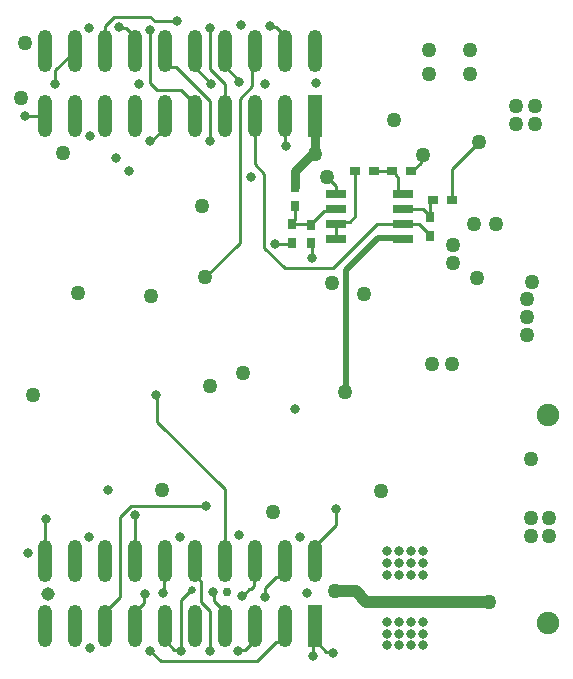
<source format=gbl>
%FSTAX23Y23*%
%MOIN*%
%SFA1B1*%

%IPPOS*%
%AMD68*
4,1,8,0.032500,-0.010900,0.032500,0.010900,0.030600,0.012800,-0.030600,0.012800,-0.032500,0.010900,-0.032500,-0.010900,-0.030600,-0.012800,0.030600,-0.012800,0.032500,-0.010900,0.0*
1,1,0.003843,0.030600,-0.010900*
1,1,0.003843,0.030600,0.010900*
1,1,0.003843,-0.030600,0.010900*
1,1,0.003843,-0.030600,-0.010900*
%
%ADD14C,0.010000*%
%ADD33R,0.031496X0.037992*%
%ADD52C,0.031496*%
%ADD58C,0.030000*%
%ADD59C,0.020000*%
%ADD63C,0.074803*%
%ADD64C,0.050000*%
%ADD65C,0.025000*%
%ADD66C,0.030000*%
%ADD67C,0.045000*%
G04~CAMADD=68~8~0.0~0.0~255.9~649.6~19.2~0.0~15~0.0~0.0~0.0~0.0~0~0.0~0.0~0.0~0.0~0~0.0~0.0~0.0~270.0~650.0~256.0*
%ADD68D68*%
%ADD69O,0.047244X0.141732*%
%ADD70R,0.047244X0.141732*%
%ADD71R,0.037992X0.031496*%
%ADD72C,0.040000*%
%LNmain-1*%
%LPD*%
G54D14*
X0155Y02958D02*
Y03091D01*
X01552Y03093*
X01349Y02909D02*
Y03088D01*
Y02909D02*
X01373Y02885D01*
X01454*
X01453Y01185D02*
X01488Y0122D01*
X01492*
X0155Y02958D02*
X016Y02908D01*
Y028D02*
Y02908D01*
X0155Y02717D02*
X01551Y02718D01*
Y0285*
X01437Y02964D02*
X01551Y0285D01*
X01367Y03115D02*
X0144D01*
X01229Y03129D02*
X01352D01*
X01367Y03115*
X012Y031D02*
X01229Y03129D01*
X0197Y02541D02*
Y02568D01*
X01942Y02597D02*
X0197Y02568D01*
Y02391D02*
Y02441D01*
X01819Y02372D02*
X01824Y02376D01*
X01767Y02372D02*
X01819D01*
X00999Y02799D02*
X01Y028D01*
X00934Y02799D02*
X00999D01*
X01453Y01012D02*
Y01185D01*
X01393Y01211D02*
X01396Y01214D01*
Y01315D02*
X014Y01318D01*
X01396Y01214D02*
Y01315D01*
X0168Y01222D02*
X01687D01*
X01659Y01201D02*
X0168Y01222D01*
X01658Y01201D02*
X01659D01*
X01687Y01222D02*
X01698Y01233D01*
X01559Y01213D02*
X01563Y01209D01*
Y01183D02*
Y01209D01*
Y01183D02*
X016Y01147D01*
X015Y01269D02*
Y01318D01*
X01522Y01179D02*
Y01247D01*
Y01179D02*
X0155Y01151D01*
X015Y01269D02*
X01522Y01247D01*
X01649Y0102D02*
X01668D01*
X017Y01052D02*
Y011D01*
X01668Y0102D02*
X017Y01052D01*
X01645Y01016D02*
X01649Y0102D01*
X01549Y01017D02*
X0155Y01018D01*
Y01151*
X014Y01052D02*
X01432Y0102D01*
X01444D02*
X01453Y01012D01*
X01432Y0102D02*
X01444D01*
X014Y01052D02*
Y011D01*
X01733Y01198D02*
Y01225D01*
X01772Y01264D02*
X01782D01*
X01733Y01225D02*
X01772Y01264D01*
X018Y01281D02*
Y01318D01*
X01782Y01264D02*
X018Y01281D01*
X01692Y03011D02*
X017Y03018D01*
X01691Y02947D02*
X01692Y02948D01*
X0165Y02858D02*
X01691Y02899D01*
X01692Y02948D02*
Y03011D01*
X01691Y02899D02*
Y02947D01*
X0165Y02378D02*
Y02858D01*
X01648Y02914D02*
Y02918D01*
X016Y02967D02*
X01648Y02918D01*
X0125Y01197D02*
Y01463D01*
X01287Y015*
X01538D02*
X01538Y015D01*
X013Y01318D02*
Y0147D01*
X01287Y015D02*
X01538D01*
X0197Y01436D02*
Y01496D01*
X019Y01366D02*
X0197Y01436D01*
X019Y01318D02*
Y01366D01*
X01732Y02359D02*
Y02608D01*
X017Y0264D02*
X01732Y02608D01*
X01535Y02263D02*
X0165Y02378D01*
X01799Y02292D02*
X01959D01*
X01732Y02359D02*
X01799Y02292D01*
X01959D02*
X02108Y02441D01*
X02193*
X01892Y02326D02*
Y02372D01*
X01978Y02448D02*
X02017D01*
X02035Y02466D02*
Y02617D01*
X01887Y02376D02*
X01892Y02372D01*
X02017Y02448D02*
X02035Y02466D01*
X0197Y02441D02*
X01978Y02448D01*
X01887Y02438D02*
Y02441D01*
X01929Y02483*
X01943*
X01951Y02491*
X01835Y02453D02*
Y025D01*
X01824Y02442D02*
X01835Y02453D01*
X01824Y02439D02*
Y02442D01*
Y02439D02*
X01887D01*
X01887Y02438*
X02356Y02521D02*
Y02622D01*
X02448Y02714*
X02284Y02401D02*
Y02404D01*
X02247Y02441D02*
X02284Y02404D01*
X02193Y02441D02*
X02247D01*
X02284Y02466D02*
Y02511D01*
Y02463D02*
Y02466D01*
Y02511D02*
X02293Y02521D01*
X02259Y02491D02*
X02284Y02466D01*
X02193Y02491D02*
X02259D01*
X02097Y02617D02*
X02156D01*
X02158Y02615*
X02184Y02541D02*
X02193D01*
X02177Y02548D02*
Y02596D01*
X02171Y02601D02*
Y02604D01*
X02158Y02615D02*
X02161D01*
X02171Y02601D02*
X02177Y02596D01*
Y02548D02*
X02184Y02541D01*
X02161Y02615D02*
X02171Y02604D01*
X02223Y02615D02*
X02253Y02644D01*
Y02663D02*
X02261Y02671D01*
X02253Y02644D02*
Y02663D01*
X0222Y02615D02*
X02223D01*
X018Y01063D02*
Y011D01*
X01782Y01046D02*
X018Y01063D01*
X01707Y00982D02*
X01771Y01046D01*
X01782*
X01386Y00982D02*
X01707D01*
X01351Y01016D02*
X01386Y00982D01*
X016Y011D02*
Y01147D01*
X01535Y02263D02*
Y02263D01*
X01375Y0178D02*
Y01866D01*
X01371Y0187D02*
X01375Y01866D01*
X012Y01147D02*
X0125Y01197D01*
X01375Y0178D02*
X016Y01555D01*
Y01318D02*
Y01555D01*
X01698Y01233D02*
Y01317D01*
X012Y011D02*
Y01147D01*
X01002Y01452D02*
X01005Y01455D01*
X01002Y01321D02*
Y01452D01*
X01Y01318D02*
X01002Y01321D01*
X019Y01052D02*
X01938Y01014D01*
X01955*
X0196Y0101*
X019Y01052D02*
Y011D01*
X01895Y01D02*
Y01095D01*
X019Y011*
X01035Y02905D02*
Y02953D01*
X01349Y02717D02*
X01355D01*
X014Y02761*
Y028*
Y02981D02*
Y03018D01*
X01417Y02964D02*
X01437D01*
X014Y02981D02*
X01417Y02964D01*
X015Y02962D02*
Y03018D01*
Y02962D02*
X01554Y02908D01*
X01454Y02885D02*
X015Y0284D01*
Y028D02*
Y0284D01*
X01035Y02953D02*
X011Y03018D01*
X013Y01147D02*
X01331Y01178D01*
X013Y011D02*
Y01147D01*
X01331Y01178D02*
Y01201D01*
X01335Y01205*
X013Y03018D02*
Y03064D01*
X01251Y03092D02*
X01272D01*
X013Y03064*
X01247Y03096D02*
X01251Y03092D01*
X01769Y03096D02*
X018Y03066D01*
X01749Y031D02*
X01753Y03096D01*
X018Y03018D02*
Y03066D01*
X01753Y03096D02*
X01769D01*
X016Y02967D02*
Y03018D01*
X01802Y02702D02*
Y02797D01*
X018Y028D02*
X01802Y02797D01*
Y02702D02*
X01805Y027D01*
X012Y03018D02*
Y031D01*
X01698Y01317D02*
X017Y01318D01*
Y0264D02*
Y028D01*
G54D33*
X01824Y02439D03*
Y02376D03*
X02284Y02463D03*
Y02401D03*
X01835Y02562D03*
Y025D03*
X01887Y02438D03*
Y02376D03*
G54D52*
X0226Y01271D03*
Y0131D03*
Y0135D03*
Y01114D03*
Y01074D03*
Y01035D03*
X0218Y01114D03*
X02221D03*
X0218Y01074D03*
X02221D03*
X0214Y01114D03*
Y01074D03*
Y01035D03*
X02221D03*
X0218D03*
Y01271D03*
X02221D03*
X0214D03*
Y0131D03*
Y0135D03*
X01149Y02733D03*
X01552Y03093D03*
X01349Y03088D03*
X01314Y02905D03*
X01851Y01397D03*
X00944Y01344D03*
X0155Y02717D03*
X01905Y0291D03*
X0144Y03115D03*
X01767Y02372D03*
X00934Y02799D03*
X01393Y01211D03*
X01658Y01201D03*
X01559Y01213D03*
X01645Y01016D03*
X01549Y01017D03*
X01453Y01016D03*
X01733Y01198D03*
X01646Y01402D03*
X01149Y01026D03*
X01648Y02914D03*
X013Y0147D03*
X0197Y0149D03*
X02221Y0131D03*
X0218D03*
X02221Y0135D03*
X0218D03*
X01835Y01824D03*
X01687Y02597D03*
X01892Y02326D03*
X01875Y0121D03*
X01351Y01016D03*
X0128Y02618D03*
X01236Y0266D03*
X01371Y0187D03*
X01538Y015D03*
X01005Y01455D03*
X0196Y0101D03*
X01895Y01D03*
X01035Y02905D03*
X01349Y02717D03*
X01554Y02908D03*
X01335Y01205D03*
X0145Y01397D03*
X01247Y03096D03*
X01749Y031D03*
X01655Y03104D03*
X01735Y02905D03*
X01805Y027D03*
X01148Y03094D03*
X01148Y01395D03*
X0121Y01552D03*
G54D58*
X01835Y02562D02*
Y02618D01*
X01891Y02674*
X01902*
X019Y028D02*
X01902Y02797D01*
Y02674D02*
Y02797D01*
G54D59*
X02003Y02285D02*
X0211Y02392D01*
X02003Y01883D02*
Y02285D01*
X02Y0188D02*
X02003Y01883D01*
X0211Y02392D02*
X02192D01*
X02193Y02391*
G54D63*
X02677Y0111D03*
Y01803D03*
G54D64*
X01659Y01942D03*
X01942Y02597D03*
X02417Y03019D03*
X0228Y0302D03*
X02417Y0294D03*
X02279D03*
X0176Y0148D03*
X0212Y0155D03*
X0268Y014D03*
X0262D03*
X0268Y0146D03*
X0262D03*
X0155Y019D03*
X02Y0188D03*
X02361Y02371D03*
X0244Y0226D03*
X02065Y02207D03*
X00921Y02859D03*
X00933Y03043D03*
X02164Y02788D03*
X02448Y02714D03*
X02261Y02671D03*
X01958Y02244D03*
X02503Y02441D03*
X02362Y02311D03*
X02431Y02441D03*
X01535Y02263D03*
X0106Y02675D03*
X01966Y01218D03*
X01902Y02674D03*
X01524Y025D03*
X0248Y01181D03*
X02621Y01655D03*
X01109Y0221D03*
X01353Y02199D03*
X00961Y01869D03*
X01392Y01554D03*
X02633Y02774D03*
X0257D03*
Y02833D03*
X02633D03*
X02291Y01972D03*
X02606Y02071D03*
Y0213D03*
X02625Y02248D03*
X02606Y02189D03*
X02358Y01972D03*
G54D65*
X01492Y0122D03*
G54D66*
X01606Y01214D03*
G54D67*
X01011Y01208D03*
G54D68*
X02193Y02541D03*
Y02491D03*
Y02441D03*
Y02391D03*
X0197Y02541D03*
Y02491D03*
Y02441D03*
Y02391D03*
G54D69*
X01Y03018D03*
X011D03*
X012D03*
X013D03*
X014D03*
X015D03*
X016D03*
X017D03*
X018D03*
X019D03*
X01Y028D03*
X011D03*
X012D03*
X013D03*
X014D03*
X015D03*
X016D03*
X017D03*
X018D03*
Y011D03*
X017D03*
X016D03*
X015D03*
X014D03*
X013D03*
X012D03*
X011D03*
X01D03*
X019Y01318D03*
X018D03*
X017D03*
X016D03*
X015D03*
X014D03*
X013D03*
X012D03*
X011D03*
X01D03*
G54D70*
X019Y028D03*
Y011D03*
G54D71*
X02356Y02521D03*
X02293D03*
X02035Y02617D03*
X02097D03*
X0222Y02615D03*
X02158D03*
G54D72*
X01968Y01216D02*
X02036D01*
X01966Y01218D02*
X01968Y01216D01*
X02036D02*
X02071Y01181D01*
X0248*
M02*
</source>
